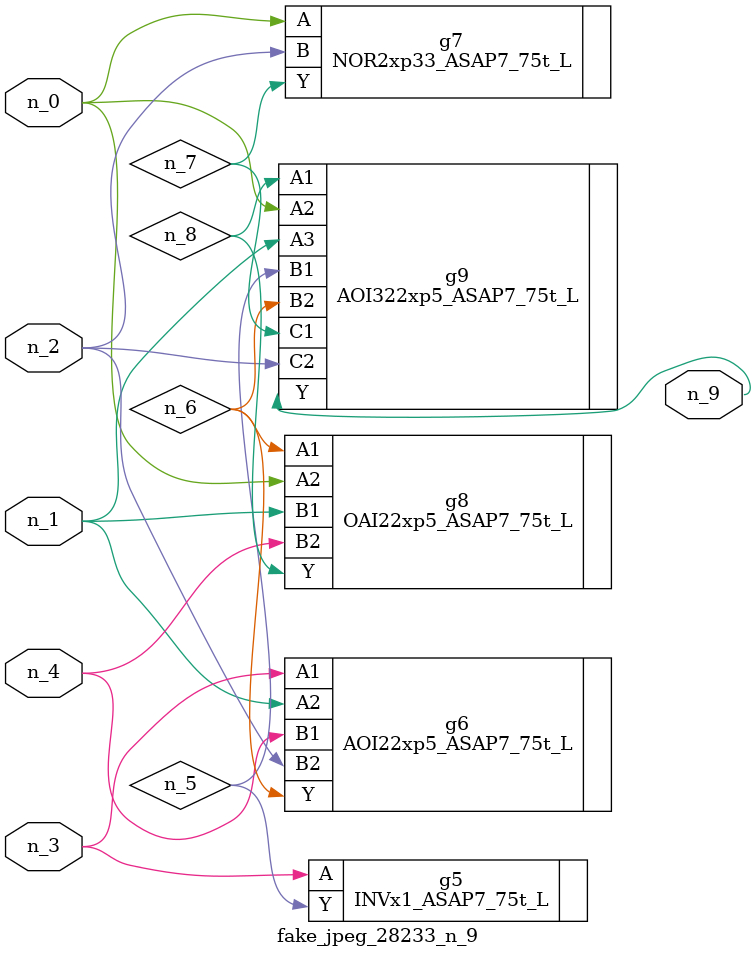
<source format=v>
module fake_jpeg_28233_n_9 (n_3, n_2, n_1, n_0, n_4, n_9);

input n_3;
input n_2;
input n_1;
input n_0;
input n_4;

output n_9;

wire n_8;
wire n_6;
wire n_5;
wire n_7;

INVx1_ASAP7_75t_L g5 ( 
.A(n_3),
.Y(n_5)
);

AOI22xp5_ASAP7_75t_L g6 ( 
.A1(n_3),
.A2(n_1),
.B1(n_4),
.B2(n_2),
.Y(n_6)
);

NOR2xp33_ASAP7_75t_L g7 ( 
.A(n_0),
.B(n_2),
.Y(n_7)
);

OAI22xp5_ASAP7_75t_L g8 ( 
.A1(n_6),
.A2(n_0),
.B1(n_1),
.B2(n_4),
.Y(n_8)
);

AOI322xp5_ASAP7_75t_L g9 ( 
.A1(n_8),
.A2(n_0),
.A3(n_1),
.B1(n_5),
.B2(n_6),
.C1(n_7),
.C2(n_2),
.Y(n_9)
);


endmodule
</source>
